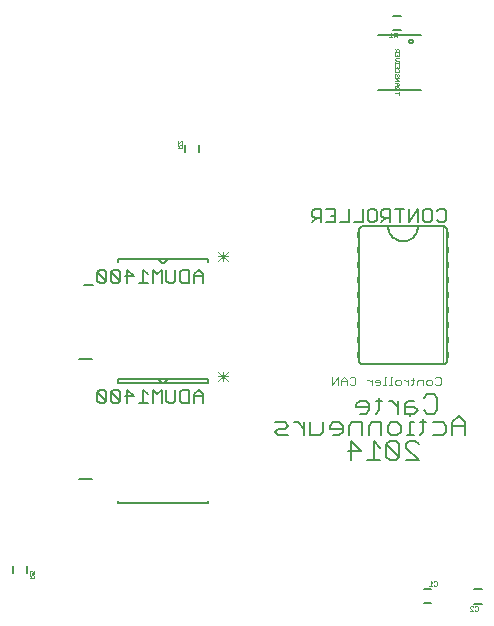
<source format=gbo>
G75*
%MOIN*%
%OFA0B0*%
%FSLAX24Y24*%
%IPPOS*%
%LPD*%
%AMOC8*
5,1,8,0,0,1.08239X$1,22.5*
%
%ADD10C,0.0030*%
%ADD11C,0.0060*%
%ADD12C,0.0080*%
%ADD13C,0.0010*%
%ADD14C,0.0020*%
%ADD15C,0.0050*%
%ADD16R,0.0050X0.0200*%
D10*
X011996Y009053D02*
X012310Y009367D01*
X012153Y009367D02*
X012153Y009053D01*
X012310Y009053D02*
X011996Y009367D01*
X011996Y009210D02*
X012310Y009210D01*
X015784Y009205D02*
X015784Y008915D01*
X015977Y009205D01*
X015977Y008915D01*
X016079Y008915D02*
X016079Y009108D01*
X016175Y009205D01*
X016272Y009108D01*
X016272Y008915D01*
X016373Y008963D02*
X016422Y008915D01*
X016518Y008915D01*
X016567Y008963D01*
X016567Y009157D01*
X016518Y009205D01*
X016422Y009205D01*
X016373Y009157D01*
X016272Y009060D02*
X016079Y009060D01*
X016962Y009108D02*
X017010Y009108D01*
X017107Y009012D01*
X017107Y009108D02*
X017107Y008915D01*
X017208Y009012D02*
X017402Y009012D01*
X017402Y009060D02*
X017353Y009108D01*
X017256Y009108D01*
X017208Y009060D01*
X017208Y009012D01*
X017256Y008915D02*
X017353Y008915D01*
X017402Y008963D01*
X017402Y009060D01*
X017501Y008915D02*
X017598Y008915D01*
X017550Y008915D02*
X017550Y009205D01*
X017598Y009205D01*
X017746Y009205D02*
X017746Y008915D01*
X017794Y008915D02*
X017698Y008915D01*
X017896Y008963D02*
X017896Y009060D01*
X017944Y009108D01*
X018041Y009108D01*
X018089Y009060D01*
X018089Y008963D01*
X018041Y008915D01*
X017944Y008915D01*
X017896Y008963D01*
X017794Y009205D02*
X017746Y009205D01*
X018189Y009108D02*
X018238Y009108D01*
X018335Y009012D01*
X018335Y009108D02*
X018335Y008915D01*
X018434Y008915D02*
X018483Y008963D01*
X018483Y009157D01*
X018531Y009108D02*
X018434Y009108D01*
X018632Y009060D02*
X018632Y008915D01*
X018632Y009060D02*
X018681Y009108D01*
X018826Y009108D01*
X018826Y008915D01*
X018927Y008963D02*
X018927Y009060D01*
X018975Y009108D01*
X019072Y009108D01*
X019120Y009060D01*
X019120Y008963D01*
X019072Y008915D01*
X018975Y008915D01*
X018927Y008963D01*
X019222Y008963D02*
X019270Y008915D01*
X019367Y008915D01*
X019415Y008963D01*
X019415Y009157D01*
X019367Y009205D01*
X019270Y009205D01*
X019222Y009157D01*
X012310Y013053D02*
X011996Y013367D01*
X011996Y013210D02*
X012310Y013210D01*
X012310Y013367D02*
X011996Y013053D01*
X012153Y013053D02*
X012153Y013367D01*
D11*
X005144Y002893D02*
X005144Y002657D01*
X005616Y002657D02*
X005616Y002893D01*
X008655Y004980D02*
X008655Y005060D01*
X008655Y004980D02*
X011655Y004980D01*
X011655Y005060D01*
X013890Y007357D02*
X013996Y007463D01*
X014210Y007463D01*
X014317Y007570D01*
X014210Y007677D01*
X013890Y007677D01*
X013890Y007357D02*
X013996Y007250D01*
X014317Y007250D01*
X014533Y007677D02*
X014640Y007677D01*
X014854Y007463D01*
X014854Y007250D02*
X014854Y007677D01*
X015071Y007677D02*
X015071Y007250D01*
X015392Y007250D01*
X015498Y007357D01*
X015498Y007677D01*
X015716Y007570D02*
X015716Y007463D01*
X016143Y007463D01*
X016143Y007357D02*
X016143Y007570D01*
X016036Y007677D01*
X015823Y007677D01*
X015716Y007570D01*
X015823Y007250D02*
X016036Y007250D01*
X016143Y007357D01*
X016360Y007250D02*
X016360Y007570D01*
X016467Y007677D01*
X016787Y007677D01*
X016787Y007250D01*
X017005Y007250D02*
X017005Y007570D01*
X017112Y007677D01*
X017432Y007677D01*
X017432Y007250D01*
X017649Y007357D02*
X017649Y007570D01*
X017756Y007677D01*
X017970Y007677D01*
X018077Y007570D01*
X018077Y007357D01*
X017970Y007250D01*
X017756Y007250D01*
X017649Y007357D01*
X017710Y007050D02*
X017603Y006944D01*
X018030Y006517D01*
X017924Y006410D01*
X017710Y006410D01*
X017603Y006517D01*
X017603Y006944D01*
X017710Y007050D02*
X017924Y007050D01*
X018030Y006944D01*
X018030Y006517D01*
X018248Y006410D02*
X018675Y006410D01*
X018248Y006837D01*
X018248Y006944D01*
X018355Y007050D01*
X018568Y007050D01*
X018675Y006944D01*
X018722Y007250D02*
X018829Y007357D01*
X018829Y007784D01*
X018936Y007677D02*
X018722Y007677D01*
X018506Y007677D02*
X018399Y007677D01*
X018399Y007250D01*
X018293Y007250D02*
X018506Y007250D01*
X019153Y007250D02*
X019474Y007250D01*
X019580Y007357D01*
X019580Y007570D01*
X019474Y007677D01*
X019153Y007677D01*
X019178Y007970D02*
X018965Y007970D01*
X018858Y008077D01*
X018640Y008077D02*
X018534Y008183D01*
X018213Y008183D01*
X018213Y008290D02*
X018213Y007970D01*
X018534Y007970D01*
X018640Y008077D01*
X018399Y007997D02*
X018399Y007890D01*
X017996Y007970D02*
X017996Y008397D01*
X017996Y008183D02*
X017782Y008397D01*
X017676Y008397D01*
X017459Y008397D02*
X017245Y008397D01*
X017352Y008504D02*
X017352Y008077D01*
X017245Y007970D01*
X017029Y008077D02*
X017029Y008290D01*
X016922Y008397D01*
X016709Y008397D01*
X016602Y008290D01*
X016602Y008183D01*
X017029Y008183D01*
X017029Y008077D02*
X016922Y007970D01*
X016709Y007970D01*
X016421Y007050D02*
X016741Y006730D01*
X016314Y006730D01*
X016421Y006410D02*
X016421Y007050D01*
X017172Y007050D02*
X017172Y006410D01*
X016959Y006410D02*
X017386Y006410D01*
X017386Y006837D02*
X017172Y007050D01*
X018213Y008290D02*
X018320Y008397D01*
X018534Y008397D01*
X018858Y008504D02*
X018965Y008610D01*
X019178Y008610D01*
X019285Y008504D01*
X019285Y008077D01*
X019178Y007970D01*
X019798Y007677D02*
X019798Y007250D01*
X019798Y007570D02*
X020225Y007570D01*
X020225Y007677D02*
X020225Y007250D01*
X020225Y007677D02*
X020011Y007890D01*
X019798Y007677D01*
X019475Y009625D02*
X016835Y009625D01*
X016812Y009627D01*
X016789Y009632D01*
X016767Y009641D01*
X016747Y009654D01*
X016729Y009669D01*
X016714Y009687D01*
X016701Y009707D01*
X016692Y009729D01*
X016687Y009752D01*
X016685Y009775D01*
X016685Y014075D01*
X016687Y014098D01*
X016692Y014121D01*
X016701Y014143D01*
X016714Y014163D01*
X016729Y014181D01*
X016747Y014196D01*
X016767Y014209D01*
X016789Y014218D01*
X016812Y014223D01*
X016835Y014225D01*
X019475Y014225D01*
X019498Y014223D01*
X019521Y014218D01*
X019543Y014209D01*
X019563Y014196D01*
X019581Y014181D01*
X019596Y014163D01*
X019609Y014143D01*
X019618Y014121D01*
X019623Y014098D01*
X019625Y014075D01*
X019625Y009775D01*
X019623Y009752D01*
X019618Y009729D01*
X019609Y009707D01*
X019596Y009687D01*
X019581Y009669D01*
X019563Y009654D01*
X019543Y009641D01*
X019521Y009632D01*
X019498Y009627D01*
X019475Y009625D01*
X018655Y014225D02*
X018653Y014181D01*
X018647Y014138D01*
X018638Y014096D01*
X018625Y014054D01*
X018608Y014014D01*
X018588Y013975D01*
X018565Y013938D01*
X018538Y013904D01*
X018509Y013871D01*
X018476Y013842D01*
X018442Y013815D01*
X018405Y013792D01*
X018366Y013772D01*
X018326Y013755D01*
X018284Y013742D01*
X018242Y013733D01*
X018199Y013727D01*
X018155Y013725D01*
X018111Y013727D01*
X018068Y013733D01*
X018026Y013742D01*
X017984Y013755D01*
X017944Y013772D01*
X017905Y013792D01*
X017868Y013815D01*
X017834Y013842D01*
X017801Y013871D01*
X017772Y013904D01*
X017745Y013938D01*
X017722Y013975D01*
X017702Y014014D01*
X017685Y014054D01*
X017672Y014096D01*
X017663Y014138D01*
X017657Y014181D01*
X017655Y014225D01*
X017320Y018745D02*
X018740Y018745D01*
X018740Y020605D02*
X017320Y020605D01*
X017837Y020764D02*
X018073Y020764D01*
X018073Y021236D02*
X017837Y021236D01*
X011366Y016918D02*
X011366Y016682D01*
X010894Y016682D02*
X010894Y016918D01*
X010275Y013120D02*
X010035Y013120D01*
X008655Y013120D01*
X008655Y013040D01*
X010035Y013120D02*
X010037Y013099D01*
X010042Y013079D01*
X010051Y013060D01*
X010063Y013043D01*
X010078Y013028D01*
X010095Y013016D01*
X010114Y013007D01*
X010134Y013002D01*
X010155Y013000D01*
X010176Y013002D01*
X010196Y013007D01*
X010215Y013016D01*
X010232Y013028D01*
X010247Y013043D01*
X010259Y013060D01*
X010268Y013079D01*
X010273Y013099D01*
X010275Y013120D01*
X011655Y013120D01*
X011655Y013040D01*
X007795Y009790D02*
X007355Y009790D01*
X008655Y009120D02*
X010035Y009120D01*
X010275Y009120D01*
X011655Y009120D01*
X011655Y009040D01*
X011655Y009060D02*
X011655Y008980D01*
X008655Y008980D01*
X008655Y009060D01*
X008655Y009040D02*
X008655Y009120D01*
X010035Y009120D02*
X010037Y009099D01*
X010042Y009079D01*
X010051Y009060D01*
X010063Y009043D01*
X010078Y009028D01*
X010095Y009016D01*
X010114Y009007D01*
X010134Y009002D01*
X010155Y009000D01*
X010176Y009002D01*
X010196Y009007D01*
X010215Y009016D01*
X010232Y009028D01*
X010247Y009043D01*
X010259Y009060D01*
X010268Y009079D01*
X010273Y009099D01*
X010275Y009120D01*
X007795Y005790D02*
X007355Y005790D01*
X018862Y002136D02*
X019098Y002136D01*
X019098Y001664D02*
X018862Y001664D01*
X020537Y001639D02*
X020773Y001639D01*
X020773Y002111D02*
X020537Y002111D01*
D12*
X018363Y020385D02*
X018365Y020400D01*
X018371Y020413D01*
X018380Y020425D01*
X018391Y020434D01*
X018405Y020440D01*
X018420Y020442D01*
X018435Y020440D01*
X018448Y020434D01*
X018460Y020425D01*
X018469Y020414D01*
X018475Y020400D01*
X018477Y020385D01*
X018475Y020370D01*
X018469Y020357D01*
X018460Y020345D01*
X018449Y020336D01*
X018435Y020330D01*
X018420Y020328D01*
X018405Y020330D01*
X018392Y020336D01*
X018380Y020345D01*
X018371Y020356D01*
X018365Y020370D01*
X018363Y020385D01*
D13*
X018025Y020108D02*
X018000Y020133D01*
X017950Y020133D01*
X017925Y020108D01*
X017925Y020032D01*
X017875Y020032D02*
X018025Y020032D01*
X018025Y020108D01*
X017925Y020083D02*
X017875Y020133D01*
X017875Y019985D02*
X017875Y019885D01*
X018025Y019885D01*
X018025Y019985D01*
X017950Y019935D02*
X017950Y019885D01*
X017925Y019838D02*
X018025Y019838D01*
X017925Y019838D02*
X017875Y019788D01*
X017925Y019738D01*
X018025Y019738D01*
X018025Y019690D02*
X018025Y019640D01*
X018025Y019665D02*
X017875Y019665D01*
X017875Y019640D02*
X017875Y019690D01*
X017875Y019592D02*
X017875Y019492D01*
X018025Y019492D01*
X018025Y019592D01*
X017950Y019542D02*
X017950Y019492D01*
X017900Y019445D02*
X017875Y019420D01*
X017875Y019370D01*
X017900Y019345D01*
X018000Y019345D01*
X018025Y019370D01*
X018025Y019420D01*
X018000Y019445D01*
X018000Y019298D02*
X018025Y019273D01*
X018025Y019223D01*
X018000Y019198D01*
X017975Y019198D01*
X017950Y019223D01*
X017950Y019273D01*
X017925Y019298D01*
X017900Y019298D01*
X017875Y019273D01*
X017875Y019223D01*
X017900Y019198D01*
X017875Y019150D02*
X018025Y019150D01*
X018025Y019050D02*
X017875Y019050D01*
X017875Y019003D02*
X017975Y019003D01*
X018025Y018953D01*
X017975Y018903D01*
X017875Y018903D01*
X017875Y018856D02*
X017925Y018806D01*
X017925Y018831D02*
X017925Y018756D01*
X017875Y018756D02*
X018025Y018756D01*
X018025Y018831D01*
X018000Y018856D01*
X017950Y018856D01*
X017925Y018831D01*
X017950Y018903D02*
X017950Y019003D01*
X018025Y019050D02*
X017875Y019150D01*
X018025Y018708D02*
X018025Y018608D01*
X018025Y018658D02*
X017875Y018658D01*
X017845Y020520D02*
X017895Y020570D01*
X017870Y020570D02*
X017945Y020570D01*
X017945Y020520D02*
X017945Y020670D01*
X017870Y020670D01*
X017845Y020645D01*
X017845Y020595D01*
X017870Y020570D01*
X017797Y020620D02*
X017747Y020670D01*
X017747Y020520D01*
X017797Y020520D02*
X017697Y020520D01*
X010800Y017033D02*
X010800Y016982D01*
X010775Y016957D01*
X010775Y016910D02*
X010725Y016910D01*
X010700Y016885D01*
X010700Y016810D01*
X010650Y016810D02*
X010800Y016810D01*
X010800Y016885D01*
X010775Y016910D01*
X010700Y016860D02*
X010650Y016910D01*
X010650Y016957D02*
X010750Y017058D01*
X010775Y017058D01*
X010800Y017033D01*
X010650Y017058D02*
X010650Y016957D01*
X005860Y002727D02*
X005860Y002627D01*
X005785Y002627D01*
X005810Y002677D01*
X005810Y002702D01*
X005785Y002727D01*
X005735Y002727D01*
X005710Y002702D01*
X005710Y002652D01*
X005735Y002627D01*
X005710Y002580D02*
X005760Y002530D01*
X005760Y002555D02*
X005760Y002480D01*
X005710Y002480D02*
X005860Y002480D01*
X005860Y002555D01*
X005835Y002580D01*
X005785Y002580D01*
X005760Y002555D01*
X019028Y002230D02*
X019128Y002230D01*
X019078Y002230D02*
X019078Y002380D01*
X019128Y002330D01*
X019175Y002355D02*
X019200Y002380D01*
X019250Y002380D01*
X019275Y002355D01*
X019275Y002255D01*
X019250Y002230D01*
X019200Y002230D01*
X019175Y002255D01*
X020397Y001520D02*
X020422Y001545D01*
X020472Y001545D01*
X020497Y001520D01*
X020545Y001520D02*
X020570Y001545D01*
X020620Y001545D01*
X020645Y001520D01*
X020645Y001420D01*
X020620Y001395D01*
X020570Y001395D01*
X020545Y001420D01*
X020497Y001395D02*
X020397Y001495D01*
X020397Y001520D01*
X020397Y001395D02*
X020497Y001395D01*
D14*
X019485Y009625D02*
X019485Y014225D01*
D15*
X019505Y014350D02*
X019355Y014350D01*
X019280Y014425D01*
X019120Y014425D02*
X019045Y014350D01*
X018894Y014350D01*
X018819Y014425D01*
X018819Y014725D01*
X018894Y014800D01*
X019045Y014800D01*
X019120Y014725D01*
X019120Y014425D01*
X019280Y014725D02*
X019355Y014800D01*
X019505Y014800D01*
X019580Y014725D01*
X019580Y014425D01*
X019505Y014350D01*
X018659Y014350D02*
X018659Y014800D01*
X018359Y014350D01*
X018359Y014800D01*
X018199Y014800D02*
X017899Y014800D01*
X018049Y014800D02*
X018049Y014350D01*
X017738Y014350D02*
X017738Y014800D01*
X017513Y014800D01*
X017438Y014725D01*
X017438Y014575D01*
X017513Y014500D01*
X017738Y014500D01*
X017588Y014500D02*
X017438Y014350D01*
X017278Y014425D02*
X017203Y014350D01*
X017053Y014350D01*
X016978Y014425D01*
X016978Y014725D01*
X017053Y014800D01*
X017203Y014800D01*
X017278Y014725D01*
X017278Y014425D01*
X016818Y014350D02*
X016517Y014350D01*
X016357Y014350D02*
X016057Y014350D01*
X015897Y014350D02*
X015597Y014350D01*
X015436Y014350D02*
X015436Y014800D01*
X015211Y014800D01*
X015136Y014725D01*
X015136Y014575D01*
X015211Y014500D01*
X015436Y014500D01*
X015286Y014500D02*
X015136Y014350D01*
X015597Y014800D02*
X015897Y014800D01*
X015897Y014350D01*
X015897Y014575D02*
X015747Y014575D01*
X016357Y014800D02*
X016357Y014350D01*
X016818Y014350D02*
X016818Y014800D01*
X011490Y012625D02*
X011490Y012325D01*
X011490Y012550D02*
X011190Y012550D01*
X011190Y012625D02*
X011190Y012325D01*
X011030Y012325D02*
X010804Y012325D01*
X010729Y012400D01*
X010729Y012700D01*
X010804Y012775D01*
X011030Y012775D01*
X011030Y012325D01*
X011190Y012625D02*
X011340Y012775D01*
X011490Y012625D01*
X010569Y012775D02*
X010569Y012400D01*
X010494Y012325D01*
X010344Y012325D01*
X010269Y012400D01*
X010269Y012775D01*
X010109Y012775D02*
X009959Y012625D01*
X009809Y012775D01*
X009809Y012325D01*
X009648Y012325D02*
X009348Y012325D01*
X009498Y012325D02*
X009498Y012775D01*
X009648Y012625D01*
X009188Y012550D02*
X008888Y012550D01*
X008728Y012400D02*
X008728Y012700D01*
X008653Y012775D01*
X008502Y012775D01*
X008427Y012700D01*
X008728Y012400D01*
X008653Y012325D01*
X008502Y012325D01*
X008427Y012400D01*
X008427Y012700D01*
X008267Y012700D02*
X008192Y012775D01*
X008042Y012775D01*
X007967Y012700D01*
X008267Y012400D01*
X008192Y012325D01*
X008042Y012325D01*
X007967Y012400D01*
X007967Y012700D01*
X008267Y012700D02*
X008267Y012400D01*
X007807Y012250D02*
X007507Y012250D01*
X008963Y012325D02*
X008963Y012775D01*
X009188Y012550D01*
X010109Y012325D02*
X010109Y012775D01*
X010109Y008775D02*
X009959Y008625D01*
X009809Y008775D01*
X009809Y008325D01*
X009648Y008325D02*
X009348Y008325D01*
X009498Y008325D02*
X009498Y008775D01*
X009648Y008625D01*
X009188Y008550D02*
X008888Y008550D01*
X008728Y008700D02*
X008653Y008775D01*
X008502Y008775D01*
X008427Y008700D01*
X008728Y008400D01*
X008653Y008325D01*
X008502Y008325D01*
X008427Y008400D01*
X008427Y008700D01*
X008267Y008700D02*
X008192Y008775D01*
X008042Y008775D01*
X007967Y008700D01*
X008267Y008400D01*
X008192Y008325D01*
X008042Y008325D01*
X007967Y008400D01*
X007967Y008700D01*
X008267Y008700D02*
X008267Y008400D01*
X008728Y008400D02*
X008728Y008700D01*
X008963Y008775D02*
X008963Y008325D01*
X009188Y008550D02*
X008963Y008775D01*
X010109Y008775D02*
X010109Y008325D01*
X010269Y008400D02*
X010269Y008775D01*
X010569Y008775D02*
X010569Y008400D01*
X010494Y008325D01*
X010344Y008325D01*
X010269Y008400D01*
X010729Y008400D02*
X010729Y008700D01*
X010804Y008775D01*
X011030Y008775D01*
X011030Y008325D01*
X010804Y008325D01*
X010729Y008400D01*
X011190Y008325D02*
X011190Y008625D01*
X011340Y008775D01*
X011490Y008625D01*
X011490Y008325D01*
X011490Y008550D02*
X011190Y008550D01*
D16*
X016660Y009925D03*
X016660Y010425D03*
X016660Y010925D03*
X016660Y011425D03*
X016660Y011925D03*
X016660Y012425D03*
X016660Y012925D03*
X016660Y013425D03*
X016660Y013925D03*
X019650Y013925D03*
X019650Y013425D03*
X019650Y012925D03*
X019650Y012425D03*
X019650Y011925D03*
X019650Y011425D03*
X019650Y010925D03*
X019650Y010425D03*
X019650Y009925D03*
M02*

</source>
